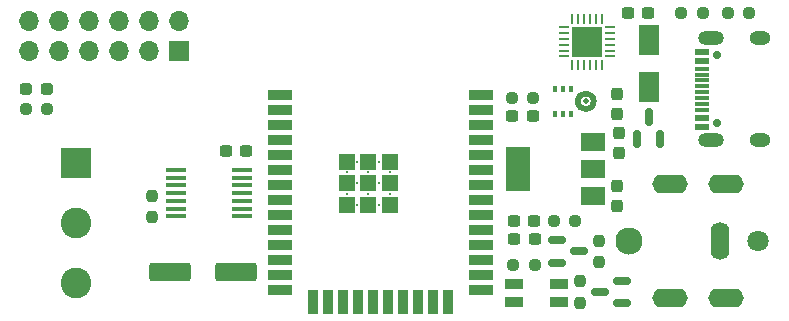
<source format=gbr>
%TF.GenerationSoftware,KiCad,Pcbnew,(6.0.0-0)*%
%TF.CreationDate,2022-01-26T18:23:46+01:00*%
%TF.ProjectId,GlowCoreMini,476c6f77-436f-4726-954d-696e692e6b69,rev?*%
%TF.SameCoordinates,Original*%
%TF.FileFunction,Soldermask,Top*%
%TF.FilePolarity,Negative*%
%FSLAX46Y46*%
G04 Gerber Fmt 4.6, Leading zero omitted, Abs format (unit mm)*
G04 Created by KiCad (PCBNEW (6.0.0-0)) date 2022-01-26 18:23:46*
%MOMM*%
%LPD*%
G01*
G04 APERTURE LIST*
G04 Aperture macros list*
%AMRoundRect*
0 Rectangle with rounded corners*
0 $1 Rounding radius*
0 $2 $3 $4 $5 $6 $7 $8 $9 X,Y pos of 4 corners*
0 Add a 4 corners polygon primitive as box body*
4,1,4,$2,$3,$4,$5,$6,$7,$8,$9,$2,$3,0*
0 Add four circle primitives for the rounded corners*
1,1,$1+$1,$2,$3*
1,1,$1+$1,$4,$5*
1,1,$1+$1,$6,$7*
1,1,$1+$1,$8,$9*
0 Add four rect primitives between the rounded corners*
20,1,$1+$1,$2,$3,$4,$5,0*
20,1,$1+$1,$4,$5,$6,$7,0*
20,1,$1+$1,$6,$7,$8,$9,0*
20,1,$1+$1,$8,$9,$2,$3,0*%
G04 Aperture macros list end*
%ADD10C,0.500000*%
%ADD11R,1.500000X0.900000*%
%ADD12RoundRect,0.237500X0.250000X0.237500X-0.250000X0.237500X-0.250000X-0.237500X0.250000X-0.237500X0*%
%ADD13RoundRect,0.237500X-0.237500X0.300000X-0.237500X-0.300000X0.237500X-0.300000X0.237500X0.300000X0*%
%ADD14RoundRect,0.237500X-0.300000X-0.237500X0.300000X-0.237500X0.300000X0.237500X-0.300000X0.237500X0*%
%ADD15RoundRect,0.062500X0.350000X0.062500X-0.350000X0.062500X-0.350000X-0.062500X0.350000X-0.062500X0*%
%ADD16RoundRect,0.062500X0.062500X0.350000X-0.062500X0.350000X-0.062500X-0.350000X0.062500X-0.350000X0*%
%ADD17R,2.600000X2.600000*%
%ADD18RoundRect,0.237500X-0.237500X0.250000X-0.237500X-0.250000X0.237500X-0.250000X0.237500X0.250000X0*%
%ADD19R,1.676400X0.355600*%
%ADD20RoundRect,0.150000X0.587500X0.150000X-0.587500X0.150000X-0.587500X-0.150000X0.587500X-0.150000X0*%
%ADD21R,2.000000X1.500000*%
%ADD22R,2.000000X3.800000*%
%ADD23C,0.700000*%
%ADD24R,1.300000X0.600000*%
%ADD25R,1.300000X0.300000*%
%ADD26O,2.200000X1.200000*%
%ADD27O,1.800000X1.200000*%
%ADD28RoundRect,0.237500X0.237500X-0.250000X0.237500X0.250000X-0.237500X0.250000X-0.237500X-0.250000X0*%
%ADD29C,1.800000*%
%ADD30O,3.000000X1.600000*%
%ADD31O,1.600000X3.200000*%
%ADD32C,2.300000*%
%ADD33C,0.500000*%
%ADD34R,0.400000X0.600000*%
%ADD35RoundRect,0.237500X-0.287500X-0.237500X0.287500X-0.237500X0.287500X0.237500X-0.287500X0.237500X0*%
%ADD36R,1.700000X1.700000*%
%ADD37O,1.700000X1.700000*%
%ADD38RoundRect,0.150000X0.150000X-0.587500X0.150000X0.587500X-0.150000X0.587500X-0.150000X-0.587500X0*%
%ADD39RoundRect,0.237500X-0.250000X-0.237500X0.250000X-0.237500X0.250000X0.237500X-0.250000X0.237500X0*%
%ADD40RoundRect,0.237500X0.300000X0.237500X-0.300000X0.237500X-0.300000X-0.237500X0.300000X-0.237500X0*%
%ADD41RoundRect,0.250000X-1.500000X-0.550000X1.500000X-0.550000X1.500000X0.550000X-1.500000X0.550000X0*%
%ADD42C,2.600000*%
%ADD43R,1.800000X2.500000*%
%ADD44R,2.000000X0.900000*%
%ADD45R,0.900000X2.000000*%
%ADD46R,1.330000X1.330000*%
%ADD47C,0.300000*%
%ADD48RoundRect,0.150000X-0.587500X-0.150000X0.587500X-0.150000X0.587500X0.150000X-0.587500X0.150000X0*%
G04 APERTURE END LIST*
D10*
%TO.C,MK1*%
X157399000Y-91821000D02*
G75*
G03*
X157399000Y-91821000I-670000J0D01*
G01*
%TD*%
D11*
%TO.C,SW1*%
X154427000Y-107327000D03*
X150627000Y-107327000D03*
X150627000Y-108827000D03*
X154427000Y-108827000D03*
%TD*%
D12*
%TO.C,R9*%
X170584500Y-84328000D03*
X168759500Y-84328000D03*
%TD*%
D13*
%TO.C,C9*%
X159385000Y-98959500D03*
X159385000Y-100684500D03*
%TD*%
D14*
%TO.C,C5*%
X150648500Y-101981000D03*
X152373500Y-101981000D03*
%TD*%
%TO.C,C1*%
X126264500Y-96012000D03*
X127989500Y-96012000D03*
%TD*%
D15*
%TO.C,U4*%
X158782500Y-88017500D03*
X158782500Y-87517500D03*
X158782500Y-87017500D03*
X158782500Y-86517500D03*
X158782500Y-86017500D03*
X158782500Y-85517500D03*
D16*
X158095000Y-84830000D03*
X157595000Y-84830000D03*
X157095000Y-84830000D03*
X156595000Y-84830000D03*
X156095000Y-84830000D03*
X155595000Y-84830000D03*
D15*
X154907500Y-85517500D03*
X154907500Y-86017500D03*
X154907500Y-86517500D03*
X154907500Y-87017500D03*
X154907500Y-87517500D03*
X154907500Y-88017500D03*
D16*
X155595000Y-88705000D03*
X156095000Y-88705000D03*
X156595000Y-88705000D03*
X157095000Y-88705000D03*
X157595000Y-88705000D03*
X158095000Y-88705000D03*
D17*
X156845000Y-86767500D03*
%TD*%
D18*
%TO.C,R1*%
X120015000Y-99798500D03*
X120015000Y-101623500D03*
%TD*%
D13*
%TO.C,C3*%
X159512000Y-94488000D03*
X159512000Y-96213000D03*
%TD*%
D19*
%TO.C,U1*%
X122021600Y-97644499D03*
X122021600Y-98294500D03*
X122021600Y-98944501D03*
X122021600Y-99594500D03*
X122021600Y-100244499D03*
X122021600Y-100894500D03*
X122021600Y-101544499D03*
X127660400Y-101544501D03*
X127660400Y-100894500D03*
X127660400Y-100244501D03*
X127660400Y-99594500D03*
X127660400Y-98944501D03*
X127660400Y-98294500D03*
X127660400Y-97644501D03*
%TD*%
D20*
%TO.C,Q2*%
X159814500Y-108900000D03*
X159814500Y-107000000D03*
X157939500Y-107950000D03*
%TD*%
D21*
%TO.C,U3*%
X157328000Y-99836000D03*
X157328000Y-97536000D03*
X157328000Y-95236000D03*
D22*
X151028000Y-97536000D03*
%TD*%
D23*
%TO.C,USB1*%
X167817000Y-87915000D03*
X167817000Y-93695000D03*
D24*
X166577000Y-94005000D03*
X166577000Y-93205000D03*
D25*
X166577000Y-92055000D03*
X166577000Y-91055000D03*
X166577000Y-90555000D03*
X166577000Y-89555000D03*
D24*
X166577000Y-87605000D03*
X166577000Y-88405000D03*
D25*
X166577000Y-89055000D03*
X166577000Y-90055000D03*
X166577000Y-91555000D03*
X166577000Y-92555000D03*
D26*
X167317000Y-86485000D03*
X167317000Y-95125000D03*
D27*
X171497000Y-86485000D03*
X171497000Y-95125000D03*
%TD*%
D28*
%TO.C,R6*%
X157861000Y-105433500D03*
X157861000Y-103608500D03*
%TD*%
D29*
%TO.C,J2*%
X171315000Y-103662000D03*
D30*
X163865000Y-108512000D03*
X163865000Y-98812000D03*
X168565000Y-108512000D03*
X168565000Y-98812000D03*
D31*
X168065000Y-103662000D03*
D32*
X160365000Y-103662000D03*
%TD*%
D33*
%TO.C,MK1*%
X156729000Y-91821000D03*
D34*
X154154000Y-92896000D03*
X154804000Y-92896000D03*
X155454000Y-92896000D03*
X155454000Y-90746000D03*
X154804000Y-90746000D03*
X154154000Y-90746000D03*
%TD*%
D28*
%TO.C,R8*%
X156210000Y-108862500D03*
X156210000Y-107037500D03*
%TD*%
D14*
%TO.C,C6*%
X160300500Y-84328000D03*
X162025500Y-84328000D03*
%TD*%
D35*
%TO.C,D2*%
X109361000Y-90805000D03*
X111111000Y-90805000D03*
%TD*%
D36*
%TO.C,J3*%
X122276000Y-87523000D03*
D37*
X122276000Y-84983000D03*
X119736000Y-87523000D03*
X119736000Y-84983000D03*
X117196000Y-87523000D03*
X117196000Y-84983000D03*
X114656000Y-87523000D03*
X114656000Y-84983000D03*
X112116000Y-87523000D03*
X112116000Y-84983000D03*
X109576000Y-87523000D03*
X109576000Y-84983000D03*
%TD*%
D38*
%TO.C,Q1*%
X161102000Y-95044500D03*
X163002000Y-95044500D03*
X162052000Y-93169500D03*
%TD*%
D39*
%TO.C,R4*%
X150471500Y-91567000D03*
X152296500Y-91567000D03*
%TD*%
D14*
%TO.C,C8*%
X150521500Y-93091000D03*
X152246500Y-93091000D03*
%TD*%
D40*
%TO.C,C4*%
X152400000Y-103505000D03*
X150675000Y-103505000D03*
%TD*%
D39*
%TO.C,R3*%
X164822500Y-84328000D03*
X166647500Y-84328000D03*
%TD*%
D12*
%TO.C,R5*%
X152423500Y-105664000D03*
X150598500Y-105664000D03*
%TD*%
D41*
%TO.C,C2*%
X121533000Y-106299000D03*
X127133000Y-106299000D03*
%TD*%
D17*
%TO.C,J4*%
X113538000Y-97028000D03*
D42*
X113538000Y-102108000D03*
X113538000Y-107188000D03*
%TD*%
D43*
%TO.C,D1*%
X162052000Y-90614000D03*
X162052000Y-86614000D03*
%TD*%
D44*
%TO.C,U2*%
X130819000Y-91260000D03*
X130819000Y-92530000D03*
X130819000Y-93800000D03*
X130819000Y-95070000D03*
X130819000Y-96340000D03*
X130819000Y-97610000D03*
X130819000Y-98880000D03*
X130819000Y-100150000D03*
X130819000Y-101420000D03*
X130819000Y-102690000D03*
X130819000Y-103960000D03*
X130819000Y-105230000D03*
X130819000Y-106500000D03*
X130819000Y-107770000D03*
D45*
X133604000Y-108770000D03*
X134874000Y-108770000D03*
X136144000Y-108770000D03*
X137414000Y-108770000D03*
X138684000Y-108770000D03*
X139954000Y-108770000D03*
X141224000Y-108770000D03*
X142494000Y-108770000D03*
X143764000Y-108770000D03*
X145034000Y-108770000D03*
D44*
X147819000Y-107770000D03*
X147819000Y-106500000D03*
X147819000Y-105230000D03*
X147819000Y-103960000D03*
X147819000Y-102690000D03*
X147819000Y-101420000D03*
X147819000Y-100150000D03*
X147819000Y-98880000D03*
X147819000Y-97610000D03*
X147819000Y-96340000D03*
X147819000Y-95070000D03*
X147819000Y-93800000D03*
X147819000Y-92530000D03*
X147819000Y-91260000D03*
D46*
X136484000Y-96925000D03*
X138319000Y-96925000D03*
X140154000Y-96925000D03*
X136484000Y-98760000D03*
X138319000Y-98760000D03*
X140154000Y-98760000D03*
X136484000Y-100595000D03*
X138319000Y-100595000D03*
X140154000Y-100595000D03*
D47*
X137401500Y-96925000D03*
X139236500Y-96925000D03*
X136484000Y-97842500D03*
X138319000Y-97842500D03*
X140154000Y-97842500D03*
X137401500Y-98760000D03*
X139236500Y-98760000D03*
X136484000Y-99677500D03*
X138319000Y-99677500D03*
X140154000Y-99677500D03*
X137401500Y-100595000D03*
X139236500Y-100595000D03*
%TD*%
D13*
%TO.C,C7*%
X159385000Y-91186000D03*
X159385000Y-92911000D03*
%TD*%
D39*
%TO.C,R7*%
X109323500Y-92456000D03*
X111148500Y-92456000D03*
%TD*%
D12*
%TO.C,R2*%
X155852500Y-101981000D03*
X154027500Y-101981000D03*
%TD*%
D48*
%TO.C,Q3*%
X154256500Y-103571000D03*
X154256500Y-105471000D03*
X156131500Y-104521000D03*
%TD*%
M02*

</source>
